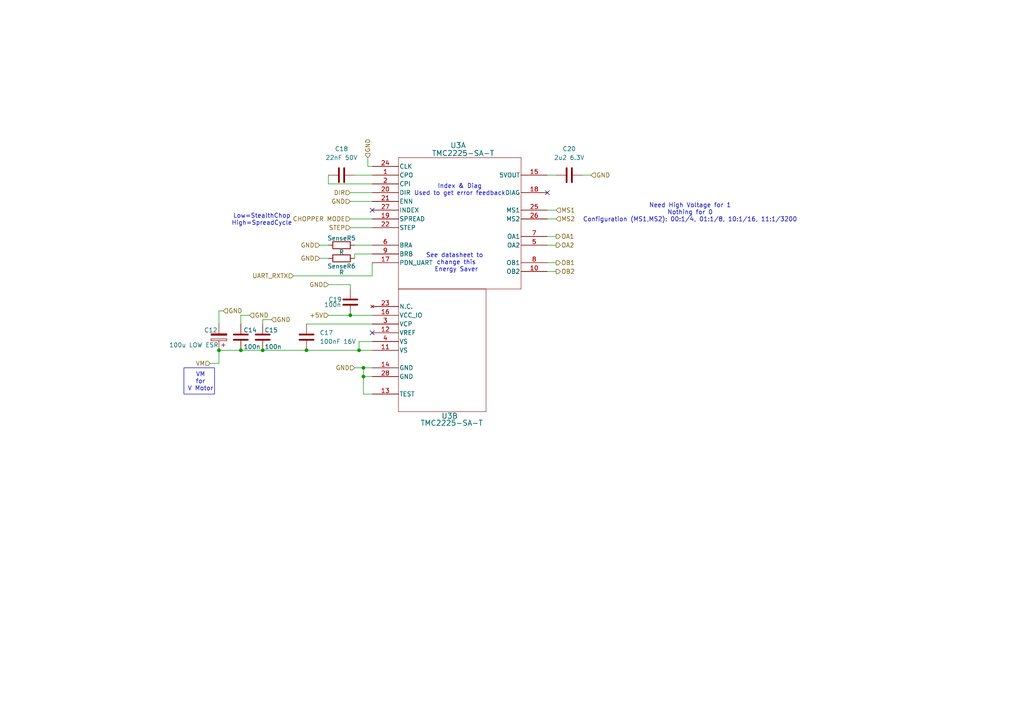
<source format=kicad_sch>
(kicad_sch (version 20250114) (generator "eeschema") (generator_version "9.0")
  (paper "A4")
  (lib_symbols
    (symbol "Device:C" (pin_numbers (hide yes)) (pin_names (offset 0.254))
      (property "Reference" "C" (at 0.635 2.54 0))
      (property "Value" "C" (at 0.635 -2.54 0))
      (symbol "C_0_1"
        (polyline (pts (xy -2.032 0.762) (xy 2.032 0.762)) (stroke (width 0.508)))
        (polyline (pts (xy -2.032 -0.762) (xy 2.032 -0.762)) (stroke (width 0.508)))
      )
      (symbol "C_1_1"
        (pin passive line (at 0 3.81 270) (length 2.794) (name "~") (number "1"))
        (pin passive line (at 0 -3.81 90) (length 2.794) (name "~") (number "2"))
      )
    )
    (symbol "Device:C_Polarized" (pin_numbers (hide yes)) (pin_names (offset 0.254))
      (property "Reference" "C" (at 0.635 2.54 0))
      (property "Value" "C_Polarized" (at 0.635 -2.54 0))
      (symbol "C_Polarized_0_1"
        (rectangle (start -2.286 0.508) (end 2.286 1.016))
        (polyline (pts (xy -1.778 2.286) (xy -0.762 2.286)))
        (polyline (pts (xy -1.27 2.794) (xy -1.27 1.778)))
        (rectangle (start 2.286 -0.508) (end -2.286 -1.016) (fill (type outline)))
      )
      (symbol "C_Polarized_1_1"
        (pin passive line (at 0 3.81 270) (length 2.794) (name "~") (number "1"))
        (pin passive line (at 0 -3.81 90) (length 2.794) (name "~") (number "2"))
      )
    )
    (symbol "Device:R" (pin_numbers (hide yes)) (pin_names (offset 0))
      (property "Reference" "R" (at 2.032 0 90))
      (property "Value" "R" (at 0 0 90))
      (symbol "R_0_1"
        (rectangle (start -1.016 -2.54) (end 1.016 2.54) (stroke (width 0.254)))
      )
      (symbol "R_1_1"
        (pin passive line (at 0 3.81 270) (length 1.27) (name "~") (number "1"))
        (pin passive line (at 0 -3.81 90) (length 1.27) (name "~") (number "2"))
      )
    )
    (symbol "TMC2225-SA-T:TMC2225-SA-T" (pin_names (offset 0.254))
      (property "Reference" "U1" (at 25.4 10.16 0))
      (property "Value" "TMC2225-SA-T" (at 25.4 7.62 0))
      (symbol "TMC2225-SA-T_1_1"
        (polyline (pts (xy 7.62 5.08) (xy 7.62 -33.02)) (stroke (width 0.127)))
        (polyline (pts (xy 7.62 -33.02) (xy 43.18 -33.02)) (stroke (width 0.127)))
        (polyline (pts (xy 43.18 5.08) (xy 7.62 5.08)) (stroke (width 0.127)))
        (polyline (pts (xy 43.18 -33.02) (xy 43.18 5.08)) (stroke (width 0.127)))
        (pin input line (at 0 2.54 0) (length 7.62) (name "CLK") (number "24"))
        (pin output line (at 0 0 0) (length 7.62) (name "CPO") (number "1"))
        (pin input line (at 0 -2.54 0) (length 7.62) (name "CPI") (number "2"))
        (pin input line (at 0 -5.08 0) (length 7.62) (name "DIR") (number "20"))
        (pin input line (at 0 -7.62 0) (length 7.62) (name "ENN") (number "21"))
        (pin input line (at 0 -10.16 0) (length 7.62) (name "INDEX") (number "27"))
        (pin input line (at 0 -12.7 0) (length 7.62) (name "SPREAD") (number "19"))
        (pin input line (at 0 -15.24 0) (length 7.62) (name "STEP") (number "22"))
        (pin unspecified line (at 0 -20.32 0) (length 7.62) (name "BRA") (number "6"))
        (pin unspecified line (at 0 -22.86 0) (length 7.62) (name "BRB") (number "9"))
        (pin bidirectional line (at 0 -25.4 0) (length 7.62) (name "PDN_UART") (number "17"))
        (pin output line (at 50.8 0 180) (length 7.62) (name "5VOUT") (number "15"))
        (pin output line (at 50.8 -5.08 180) (length 7.62) (name "DIAG") (number "18"))
        (pin bidirectional line (at 50.8 -10.16 180) (length 7.62) (name "MS1") (number "25"))
        (pin bidirectional line (at 50.8 -12.7 180) (length 7.62) (name "MS2") (number "26"))
        (pin bidirectional line (at 50.8 -17.78 180) (length 7.62) (name "OA1") (number "7"))
        (pin bidirectional line (at 50.8 -20.32 180) (length 7.62) (name "OA2") (number "5"))
        (pin bidirectional line (at 50.8 -25.4 180) (length 7.62) (name "OB1") (number "8"))
        (pin bidirectional line (at 50.8 -27.94 180) (length 7.62) (name "OB2") (number "10"))
      )
      (symbol "TMC2225-SA-T_2_1"
        (polyline (pts (xy 7.62 5.08) (xy 7.62 -30.48)) (stroke (width 0.127)))
        (polyline (pts (xy 7.62 -30.48) (xy 33.02 -30.48)) (stroke (width 0.127)))
        (polyline (pts (xy 33.02 5.08) (xy 7.62 5.08)) (stroke (width 0.127)))
        (polyline (pts (xy 33.02 -30.48) (xy 33.02 5.08)) (stroke (width 0.127)))
        (pin no_connect line (at 0 0 0) (length 7.62) (name "N.C.") (number "23"))
        (pin power_in line (at 0 -2.54 0) (length 7.62) (name "VCC_IO") (number "16"))
        (pin power_in line (at 0 -5.08 0) (length 7.62) (name "VCP") (number "3"))
        (pin power_in line (at 0 -7.62 0) (length 7.62) (name "VREF") (number "12"))
        (pin power_in line (at 0 -10.16 0) (length 7.62) (name "VS") (number "4"))
        (pin power_in line (at 0 -12.7 0) (length 7.62) (name "VS") (number "11"))
        (pin power_out line (at 0 -17.78 0) (length 7.62) (name "GND") (number "14"))
        (pin power_out line (at 0 -20.32 0) (length 7.62) (name "GND") (number "28"))
        (pin power_out line (at 0 -25.4 0) (length 7.62) (name "TEST") (number "13"))
      )
    )
  )
  (rectangle (start 53.34 106.68) (end 62.23 114.3))
  (text "VM\nfor\nV Motor\n" (at 58.166 110.744 0) (effects (font (size 1.27 1.27))))
  (text "Low=StealthChop\nHigh=SpreadCycle" (at 75.946 63.754 0) (effects (font (size 1.27 1.27))))
  (text "See datasheet to \nchange this\nEnergy Saver\n" (at 132.334 76.2 0) (effects (font (size 1.27 1.27))))
  (text "Index & Diag\nUsed to get error feedback\n" (at 133.35 55.118 0) (effects (font (size 1.27 1.27))))
  (text "Need High Voltage for 1\nNothing for 0\nConfiguration (MS1,MS2): 00:1/4, 01:1/8, 10:1/16, 11:1/3200" (at 200.152 61.722 0) (effects (font (size 1.27 1.27))))
  (junction (at 105.41 109.22))
  (junction (at 105.41 106.68))
  (junction (at 88.9 101.6))
  (junction (at 104.14 101.6))
  (junction (at 69.85 101.6))
  (junction (at 63.5 101.6))
  (junction (at 101.6 91.44))
  (junction (at 76.2 101.6))
  (no_connect (at 107.95 60.96))
  (no_connect (at 107.95 96.52))
  (no_connect (at 158.75 55.88))
  (wire (pts (xy 107.95 48.26) (xy 106.68 48.26)))
  (wire (pts (xy 105.41 106.68) (xy 107.95 106.68)))
  (wire (pts (xy 76.2 93.98) (xy 76.2 92.71)))
  (wire (pts (xy 101.6 55.88) (xy 107.95 55.88)))
  (wire (pts (xy 158.75 78.74) (xy 161.29 78.74)))
  (wire (pts (xy 63.5 105.41) (xy 63.5 101.6)))
  (wire (pts (xy 101.6 63.5) (xy 107.95 63.5)))
  (wire (pts (xy 101.6 82.55) (xy 101.6 83.82)))
  (wire (pts (xy 158.75 76.2) (xy 161.29 76.2)))
  (wire (pts (xy 106.68 48.26) (xy 106.68 45.72)))
  (wire (pts (xy 105.41 109.22) (xy 107.95 109.22)))
  (wire (pts (xy 88.9 101.6) (xy 104.14 101.6)))
  (wire (pts (xy 158.75 68.58) (xy 161.29 68.58)))
  (wire (pts (xy 104.14 99.06) (xy 104.14 101.6)))
  (wire (pts (xy 95.25 82.55) (xy 101.6 82.55)))
  (wire (pts (xy 88.9 93.98) (xy 107.95 93.98)))
  (wire (pts (xy 107.95 53.34) (xy 95.25 53.34)))
  (wire (pts (xy 63.5 90.17) (xy 64.77 90.17)))
  (wire (pts (xy 69.85 101.6) (xy 76.2 101.6)))
  (wire (pts (xy 168.91 50.8) (xy 171.45 50.8)))
  (wire (pts (xy 92.71 71.12) (xy 95.25 71.12)))
  (wire (pts (xy 101.6 66.04) (xy 107.95 66.04)))
  (wire (pts (xy 107.95 76.2) (xy 107.95 80.01)))
  (wire (pts (xy 107.95 99.06) (xy 104.14 99.06)))
  (wire (pts (xy 69.85 93.98) (xy 69.85 91.44)))
  (wire (pts (xy 63.5 101.6) (xy 69.85 101.6)))
  (wire (pts (xy 101.6 58.42) (xy 107.95 58.42)))
  (wire (pts (xy 102.87 106.68) (xy 105.41 106.68)))
  (wire (pts (xy 158.75 60.96) (xy 161.29 60.96)))
  (wire (pts (xy 107.95 80.01) (xy 85.09 80.01)))
  (wire (pts (xy 76.2 101.6) (xy 88.9 101.6)))
  (wire (pts (xy 102.87 73.66) (xy 102.87 74.93)))
  (wire (pts (xy 104.14 101.6) (xy 107.95 101.6)))
  (wire (pts (xy 107.95 73.66) (xy 102.87 73.66)))
  (wire (pts (xy 69.85 91.44) (xy 72.39 91.44)))
  (wire (pts (xy 105.41 114.3) (xy 105.41 109.22)))
  (wire (pts (xy 60.96 105.41) (xy 63.5 105.41)))
  (wire (pts (xy 63.5 93.98) (xy 63.5 90.17)))
  (wire (pts (xy 107.95 114.3) (xy 105.41 114.3)))
  (wire (pts (xy 95.25 53.34) (xy 95.25 50.8)))
  (wire (pts (xy 107.95 71.12) (xy 102.87 71.12)))
  (wire (pts (xy 92.71 74.93) (xy 95.25 74.93)))
  (wire (pts (xy 101.6 91.44) (xy 107.95 91.44)))
  (wire (pts (xy 158.75 63.5) (xy 161.29 63.5)))
  (wire (pts (xy 158.75 50.8) (xy 161.29 50.8)))
  (wire (pts (xy 95.25 91.44) (xy 101.6 91.44)))
  (wire (pts (xy 102.87 50.8) (xy 107.95 50.8)))
  (wire (pts (xy 76.2 92.71) (xy 78.74 92.71)))
  (wire (pts (xy 105.41 106.68) (xy 105.41 109.22)))
  (wire (pts (xy 158.75 71.12) (xy 161.29 71.12)))
  (hierarchical_label "DIR" (shape input) (at 101.6 55.88 180))
  (hierarchical_label "GND" (shape input) (at 171.45 50.8 0))
  (hierarchical_label "GND" (shape input) (at 64.77 90.17 0))
  (hierarchical_label "+5V" (shape input) (at 95.25 91.44 180))
  (hierarchical_label "GND" (shape input) (at 92.71 71.12 180))
  (hierarchical_label "MS2" (shape input) (at 161.29 63.5 0))
  (hierarchical_label "CHOPPER MODE" (shape input) (at 101.6 63.5 180))
  (hierarchical_label "OB1" (shape output) (at 161.29 76.2 0))
  (hierarchical_label "VM" (shape input) (at 60.96 105.41 180))
  (hierarchical_label "GND" (shape input) (at 101.6 58.42 180))
  (hierarchical_label "GND" (shape input) (at 92.71 74.93 180))
  (hierarchical_label "GND" (shape input) (at 78.74 92.71 0))
  (hierarchical_label "GND" (shape input) (at 102.87 106.68 180))
  (hierarchical_label "GND" (shape input) (at 106.68 45.72 90))
  (hierarchical_label "UART_RXTX" (shape input) (at 85.09 80.01 180))
  (hierarchical_label "OB2" (shape output) (at 161.29 78.74 0))
  (hierarchical_label "OA1" (shape output) (at 161.29 68.58 0))
  (hierarchical_label "STEP" (shape input) (at 101.6 66.04 180))
  (hierarchical_label "GND" (shape input) (at 72.39 91.44 0))
  (hierarchical_label "OA2" (shape output) (at 161.29 71.12 0))
  (hierarchical_label "GND" (shape input) (at 95.25 82.55 180))
  (hierarchical_label "MS1" (shape input) (at 161.29 60.96 0))
  (symbol (lib_id "Device:C_Polarized") (at 63.5 97.79 180) (unit 1)
    (property "Reference" "C22" (at 59.182 95.758 0) (effects (justify right)))
    (property "Value" "100u LOW ESR" (at 49.022 100.076 0) (effects (justify right)))
    (property "Description" "Polarized capacitor" (effects (hide yes)))
    (instances (project "premier_jet" (path "" (reference "C12") (unit 1)) (path "" (reference "C3") (unit 1)) (path "" (reference "C22") (unit 1))))
  )
  (symbol (lib_id "Device:C") (at 101.6 87.63 0) (unit 1)
    (property "Reference" "C7" (at 95.25 86.868 0) (effects (justify left)))
    (property "Value" "100n" (at 93.98 88.392 0) (effects (justify left)))
    (property "Description" "Unpolarized capacitor" (effects (hide yes)))
    (instances (project "premier_jet" (path "" (reference "C19") (unit 1)) (path "" (reference "C9") (unit 1)) (path "" (reference "C7") (unit 1))))
  )
  (symbol (lib_id "Device:R") (at 99.06 74.93 90) (unit 1)
    (property "Reference" "SenseR2" (at 99.06 77.216 90))
    (property "Value" "R" (at 99.06 78.994 90))
    (property "Description" "Resistor" (effects (hide yes)))
    (instances (project "premier_jet" (path "" (reference "SenseR6") (unit 1)) (path "" (reference "SenseR4") (unit 1)) (path "" (reference "SenseR2") (unit 1))))
  )
  (symbol (lib_id "Device:C") (at 99.06 50.8 90) (unit 1)
    (property "Reference" "C1" (at 99.06 43.18 90))
    (property "Value" "22nF 50V" (at 99.06 45.72 90))
    (property "Description" "Unpolarized capacitor" (effects (hide yes)))
    (instances (project "premier_jet" (path "" (reference "C18") (unit 1)) (path "" (reference "C8") (unit 1)) (path "" (reference "C1") (unit 1))))
  )
  (symbol (lib_id "Device:C") (at 88.9 97.79 0) (unit 1)
    (property "Reference" "C2" (at 92.71 96.5199 0) (effects (justify left)))
    (property "Value" "100nF 16V" (at 92.71 99.0599 0) (effects (justify left)))
    (property "Description" "Unpolarized capacitor" (effects (hide yes)))
    (instances (project "premier_jet" (path "" (reference "C17") (unit 1)) (path "" (reference "C6") (unit 1)) (path "" (reference "C2") (unit 1))))
  )
  (symbol (lib_id "Device:C") (at 165.1 50.8 90) (unit 1)
    (property "Reference" "C10" (at 165.1 43.18 90))
    (property "Value" "2u2 6.3V" (at 165.1 45.72 90))
    (property "Description" "Unpolarized capacitor" (effects (hide yes)))
    (instances (project "premier_jet" (path "" (reference "C20") (unit 1)) (path "" (reference "C11") (unit 1)) (path "" (reference "C10") (unit 1))))
  )
  (symbol (lib_id "Device:R") (at 99.06 71.12 90) (unit 1)
    (property "Reference" "SenseR1" (at 99.06 69.088 90))
    (property "Value" "R" (at 99.06 73.152 90))
    (property "Description" "Resistor" (effects (hide yes)))
    (instances (project "premier_jet" (path "" (reference "SenseR5") (unit 1)) (path "" (reference "SenseR3") (unit 1)) (path "" (reference "SenseR1") (unit 1))))
  )
  (symbol (lib_id "TMC2225-SA-T:TMC2225-SA-T") (at 107.95 50.8 0) (unit 1)
    (property "Reference" "U1" (at 130.556 42.164 0) (effects (font (size 1.524 1.524)) (justify left)))
    (property "Value" "TMC2225-SA-T" (at 125.222 44.45 0) (effects (font (size 1.524 1.524)) (justify left)))
    (property "Footprint" "HTSSOP28_TMC2225_TRI" (effects (hide yes)))
    (property "Datasheet" "TMC2225-SA-T" (effects (hide yes)))
    (instances (project "premier_jet" (path "" (reference "U3") (unit 1)) (path "" (reference "U2") (unit 1)) (path "" (reference "U1") (unit 1))))
  )
  (symbol (lib_id "Device:C") (at 76.2 97.79 0) (unit 1)
    (property "Reference" "C13" (at 76.708 95.758 0) (effects (justify left)))
    (property "Value" "100n" (at 76.708 100.584 0) (effects (justify left)))
    (property "Description" "Unpolarized capacitor" (effects (hide yes)))
    (instances (project "premier_jet" (path "" (reference "C15") (unit 1)) (path "" (reference "C5") (unit 1)) (path "" (reference "C13") (unit 1))))
  )
  (symbol (lib_id "Device:C") (at 69.85 97.79 0) (unit 1)
    (property "Reference" "C16" (at 70.612 95.758 0) (effects (justify left)))
    (property "Value" "100n" (at 70.612 100.584 0) (effects (justify left)))
    (property "Description" "Unpolarized capacitor" (effects (hide yes)))
    (instances (project "premier_jet" (path "" (reference "C14") (unit 1)) (path "" (reference "C4") (unit 1)) (path "" (reference "C16") (unit 1))))
  )
  (symbol (lib_id "TMC2225-SA-T:TMC2225-SA-T") (at 107.95 88.9 0) (unit 2)
    (property "Reference" "U1" (at 128.016 120.65 0) (effects (font (size 1.524 1.524)) (justify left)))
    (property "Value" "TMC2225-SA-T" (at 121.92 122.682 0) (effects (font (size 1.524 1.524)) (justify left)))
    (property "Footprint" "HTSSOP28_TMC2225_TRI" (effects (hide yes)))
    (property "Datasheet" "TMC2225-SA-T" (effects (hide yes)))
    (instances (project "premier_jet" (path "" (reference "U3") (unit 2)) (path "" (reference "U2") (unit 2)) (path "" (reference "U1") (unit 2))))
  )
)
</source>
